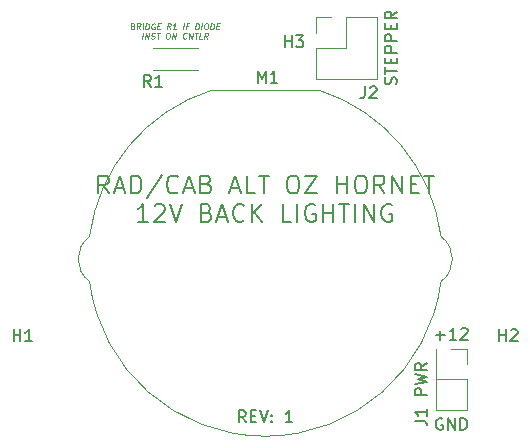
<source format=gbr>
%TF.GenerationSoftware,KiCad,Pcbnew,(6.0.7-1)-1*%
%TF.CreationDate,2023-10-30T20:01:34+10:00*%
%TF.ProjectId,GAUGE_Analog Instruments-12v,47415547-455f-4416-9e61-6c6f6720496e,rev?*%
%TF.SameCoordinates,Original*%
%TF.FileFunction,Legend,Top*%
%TF.FilePolarity,Positive*%
%FSLAX46Y46*%
G04 Gerber Fmt 4.6, Leading zero omitted, Abs format (unit mm)*
G04 Created by KiCad (PCBNEW (6.0.7-1)-1) date 2023-10-30 20:01:34*
%MOMM*%
%LPD*%
G01*
G04 APERTURE LIST*
%ADD10C,0.150000*%
%ADD11C,0.200000*%
%ADD12C,0.100000*%
%ADD13C,0.120000*%
G04 APERTURE END LIST*
D10*
X178271099Y-110686954D02*
X177937766Y-110210764D01*
X177699670Y-110686954D02*
X177699670Y-109686954D01*
X178080623Y-109686954D01*
X178175861Y-109734574D01*
X178223480Y-109782193D01*
X178271099Y-109877431D01*
X178271099Y-110020288D01*
X178223480Y-110115526D01*
X178175861Y-110163145D01*
X178080623Y-110210764D01*
X177699670Y-110210764D01*
X178699670Y-110163145D02*
X179033004Y-110163145D01*
X179175861Y-110686954D02*
X178699670Y-110686954D01*
X178699670Y-109686954D01*
X179175861Y-109686954D01*
X179461575Y-109686954D02*
X179794908Y-110686954D01*
X180128242Y-109686954D01*
X180461575Y-110591716D02*
X180509194Y-110639335D01*
X180461575Y-110686954D01*
X180413956Y-110639335D01*
X180461575Y-110591716D01*
X180461575Y-110686954D01*
X180461575Y-110067907D02*
X180509194Y-110115526D01*
X180461575Y-110163145D01*
X180413956Y-110115526D01*
X180461575Y-110067907D01*
X180461575Y-110163145D01*
X182223480Y-110686954D02*
X181652051Y-110686954D01*
X181937766Y-110686954D02*
X181937766Y-109686954D01*
X181842527Y-109829812D01*
X181747289Y-109925050D01*
X181652051Y-109972669D01*
X194928610Y-110369574D02*
X194833372Y-110321954D01*
X194690515Y-110321954D01*
X194547657Y-110369574D01*
X194452419Y-110464812D01*
X194404800Y-110560050D01*
X194357181Y-110750526D01*
X194357181Y-110893383D01*
X194404800Y-111083859D01*
X194452419Y-111179097D01*
X194547657Y-111274335D01*
X194690515Y-111321954D01*
X194785753Y-111321954D01*
X194928610Y-111274335D01*
X194976229Y-111226716D01*
X194976229Y-110893383D01*
X194785753Y-110893383D01*
X195404800Y-111321954D02*
X195404800Y-110321954D01*
X195976229Y-111321954D01*
X195976229Y-110321954D01*
X196452419Y-111321954D02*
X196452419Y-110321954D01*
X196690515Y-110321954D01*
X196833372Y-110369574D01*
X196928610Y-110464812D01*
X196976229Y-110560050D01*
X197023848Y-110750526D01*
X197023848Y-110893383D01*
X196976229Y-111083859D01*
X196928610Y-111179097D01*
X196833372Y-111274335D01*
X196690515Y-111321954D01*
X196452419Y-111321954D01*
D11*
X166665514Y-91305645D02*
X166165514Y-90591359D01*
X165808372Y-91305645D02*
X165808372Y-89805645D01*
X166379800Y-89805645D01*
X166522657Y-89877074D01*
X166594086Y-89948502D01*
X166665514Y-90091359D01*
X166665514Y-90305645D01*
X166594086Y-90448502D01*
X166522657Y-90519931D01*
X166379800Y-90591359D01*
X165808372Y-90591359D01*
X167236943Y-90877074D02*
X167951229Y-90877074D01*
X167094086Y-91305645D02*
X167594086Y-89805645D01*
X168094086Y-91305645D01*
X168594086Y-91305645D02*
X168594086Y-89805645D01*
X168951229Y-89805645D01*
X169165514Y-89877074D01*
X169308372Y-90019931D01*
X169379800Y-90162788D01*
X169451229Y-90448502D01*
X169451229Y-90662788D01*
X169379800Y-90948502D01*
X169308372Y-91091359D01*
X169165514Y-91234216D01*
X168951229Y-91305645D01*
X168594086Y-91305645D01*
X171165514Y-89734216D02*
X169879800Y-91662788D01*
X172522657Y-91162788D02*
X172451229Y-91234216D01*
X172236943Y-91305645D01*
X172094086Y-91305645D01*
X171879800Y-91234216D01*
X171736943Y-91091359D01*
X171665514Y-90948502D01*
X171594086Y-90662788D01*
X171594086Y-90448502D01*
X171665514Y-90162788D01*
X171736943Y-90019931D01*
X171879800Y-89877074D01*
X172094086Y-89805645D01*
X172236943Y-89805645D01*
X172451229Y-89877074D01*
X172522657Y-89948502D01*
X173094086Y-90877074D02*
X173808372Y-90877074D01*
X172951229Y-91305645D02*
X173451229Y-89805645D01*
X173951229Y-91305645D01*
X174951229Y-90519931D02*
X175165514Y-90591359D01*
X175236943Y-90662788D01*
X175308372Y-90805645D01*
X175308372Y-91019931D01*
X175236943Y-91162788D01*
X175165514Y-91234216D01*
X175022657Y-91305645D01*
X174451229Y-91305645D01*
X174451229Y-89805645D01*
X174951229Y-89805645D01*
X175094086Y-89877074D01*
X175165514Y-89948502D01*
X175236943Y-90091359D01*
X175236943Y-90234216D01*
X175165514Y-90377074D01*
X175094086Y-90448502D01*
X174951229Y-90519931D01*
X174451229Y-90519931D01*
X177022657Y-90877074D02*
X177736943Y-90877074D01*
X176879800Y-91305645D02*
X177379800Y-89805645D01*
X177879800Y-91305645D01*
X179094086Y-91305645D02*
X178379800Y-91305645D01*
X178379800Y-89805645D01*
X179379800Y-89805645D02*
X180236943Y-89805645D01*
X179808372Y-91305645D02*
X179808372Y-89805645D01*
X182165514Y-89805645D02*
X182451229Y-89805645D01*
X182594086Y-89877074D01*
X182736943Y-90019931D01*
X182808372Y-90305645D01*
X182808372Y-90805645D01*
X182736943Y-91091359D01*
X182594086Y-91234216D01*
X182451229Y-91305645D01*
X182165514Y-91305645D01*
X182022657Y-91234216D01*
X181879800Y-91091359D01*
X181808372Y-90805645D01*
X181808372Y-90305645D01*
X181879800Y-90019931D01*
X182022657Y-89877074D01*
X182165514Y-89805645D01*
X183308372Y-89805645D02*
X184308372Y-89805645D01*
X183308372Y-91305645D01*
X184308372Y-91305645D01*
X186022657Y-91305645D02*
X186022657Y-89805645D01*
X186022657Y-90519931D02*
X186879800Y-90519931D01*
X186879800Y-91305645D02*
X186879800Y-89805645D01*
X187879800Y-89805645D02*
X188165514Y-89805645D01*
X188308372Y-89877074D01*
X188451229Y-90019931D01*
X188522657Y-90305645D01*
X188522657Y-90805645D01*
X188451229Y-91091359D01*
X188308372Y-91234216D01*
X188165514Y-91305645D01*
X187879800Y-91305645D01*
X187736943Y-91234216D01*
X187594086Y-91091359D01*
X187522657Y-90805645D01*
X187522657Y-90305645D01*
X187594086Y-90019931D01*
X187736943Y-89877074D01*
X187879800Y-89805645D01*
X190022657Y-91305645D02*
X189522657Y-90591359D01*
X189165514Y-91305645D02*
X189165514Y-89805645D01*
X189736943Y-89805645D01*
X189879800Y-89877074D01*
X189951229Y-89948502D01*
X190022657Y-90091359D01*
X190022657Y-90305645D01*
X189951229Y-90448502D01*
X189879800Y-90519931D01*
X189736943Y-90591359D01*
X189165514Y-90591359D01*
X190665514Y-91305645D02*
X190665514Y-89805645D01*
X191522657Y-91305645D01*
X191522657Y-89805645D01*
X192236943Y-90519931D02*
X192736943Y-90519931D01*
X192951229Y-91305645D02*
X192236943Y-91305645D01*
X192236943Y-89805645D01*
X192951229Y-89805645D01*
X193379800Y-89805645D02*
X194236943Y-89805645D01*
X193808372Y-91305645D02*
X193808372Y-89805645D01*
X169986943Y-93720645D02*
X169129800Y-93720645D01*
X169558372Y-93720645D02*
X169558372Y-92220645D01*
X169415515Y-92434931D01*
X169272657Y-92577788D01*
X169129800Y-92649216D01*
X170558372Y-92363502D02*
X170629800Y-92292074D01*
X170772657Y-92220645D01*
X171129800Y-92220645D01*
X171272657Y-92292074D01*
X171344086Y-92363502D01*
X171415515Y-92506359D01*
X171415515Y-92649216D01*
X171344086Y-92863502D01*
X170486943Y-93720645D01*
X171415515Y-93720645D01*
X171844086Y-92220645D02*
X172344086Y-93720645D01*
X172844086Y-92220645D01*
X174986943Y-92934931D02*
X175201229Y-93006359D01*
X175272657Y-93077788D01*
X175344086Y-93220645D01*
X175344086Y-93434931D01*
X175272657Y-93577788D01*
X175201229Y-93649216D01*
X175058372Y-93720645D01*
X174486943Y-93720645D01*
X174486943Y-92220645D01*
X174986943Y-92220645D01*
X175129800Y-92292074D01*
X175201229Y-92363502D01*
X175272657Y-92506359D01*
X175272657Y-92649216D01*
X175201229Y-92792074D01*
X175129800Y-92863502D01*
X174986943Y-92934931D01*
X174486943Y-92934931D01*
X175915515Y-93292074D02*
X176629800Y-93292074D01*
X175772657Y-93720645D02*
X176272657Y-92220645D01*
X176772657Y-93720645D01*
X178129800Y-93577788D02*
X178058372Y-93649216D01*
X177844086Y-93720645D01*
X177701229Y-93720645D01*
X177486943Y-93649216D01*
X177344086Y-93506359D01*
X177272657Y-93363502D01*
X177201229Y-93077788D01*
X177201229Y-92863502D01*
X177272657Y-92577788D01*
X177344086Y-92434931D01*
X177486943Y-92292074D01*
X177701229Y-92220645D01*
X177844086Y-92220645D01*
X178058372Y-92292074D01*
X178129800Y-92363502D01*
X178772657Y-93720645D02*
X178772657Y-92220645D01*
X179629800Y-93720645D02*
X178986943Y-92863502D01*
X179629800Y-92220645D02*
X178772657Y-93077788D01*
X182129800Y-93720645D02*
X181415515Y-93720645D01*
X181415515Y-92220645D01*
X182629800Y-93720645D02*
X182629800Y-92220645D01*
X184129800Y-92292074D02*
X183986943Y-92220645D01*
X183772657Y-92220645D01*
X183558372Y-92292074D01*
X183415515Y-92434931D01*
X183344086Y-92577788D01*
X183272657Y-92863502D01*
X183272657Y-93077788D01*
X183344086Y-93363502D01*
X183415515Y-93506359D01*
X183558372Y-93649216D01*
X183772657Y-93720645D01*
X183915515Y-93720645D01*
X184129800Y-93649216D01*
X184201229Y-93577788D01*
X184201229Y-93077788D01*
X183915515Y-93077788D01*
X184844086Y-93720645D02*
X184844086Y-92220645D01*
X184844086Y-92934931D02*
X185701229Y-92934931D01*
X185701229Y-93720645D02*
X185701229Y-92220645D01*
X186201229Y-92220645D02*
X187058372Y-92220645D01*
X186629800Y-93720645D02*
X186629800Y-92220645D01*
X187558372Y-93720645D02*
X187558372Y-92220645D01*
X188272657Y-93720645D02*
X188272657Y-92220645D01*
X189129800Y-93720645D01*
X189129800Y-92220645D01*
X190629800Y-92292074D02*
X190486943Y-92220645D01*
X190272657Y-92220645D01*
X190058372Y-92292074D01*
X189915515Y-92434931D01*
X189844086Y-92577788D01*
X189772657Y-92863502D01*
X189772657Y-93077788D01*
X189844086Y-93363502D01*
X189915515Y-93506359D01*
X190058372Y-93649216D01*
X190272657Y-93720645D01*
X190415515Y-93720645D01*
X190629800Y-93649216D01*
X190701229Y-93577788D01*
X190701229Y-93077788D01*
X190415515Y-93077788D01*
D10*
X194357181Y-103321002D02*
X195119086Y-103321002D01*
X194738134Y-103701954D02*
X194738134Y-102940050D01*
X196119086Y-103701954D02*
X195547657Y-103701954D01*
X195833372Y-103701954D02*
X195833372Y-102701954D01*
X195738134Y-102844812D01*
X195642895Y-102940050D01*
X195547657Y-102987669D01*
X196500038Y-102797193D02*
X196547657Y-102749574D01*
X196642895Y-102701954D01*
X196880991Y-102701954D01*
X196976229Y-102749574D01*
X197023848Y-102797193D01*
X197071467Y-102892431D01*
X197071467Y-102987669D01*
X197023848Y-103130526D01*
X196452419Y-103701954D01*
X197071467Y-103701954D01*
D12*
X168741392Y-77146359D02*
X168809845Y-77170169D01*
X168830678Y-77193978D01*
X168848535Y-77241597D01*
X168839607Y-77313026D01*
X168809845Y-77360645D01*
X168783059Y-77384454D01*
X168732464Y-77408264D01*
X168541988Y-77408264D01*
X168604488Y-76908264D01*
X168771154Y-76908264D01*
X168815797Y-76932074D01*
X168836631Y-76955883D01*
X168854488Y-77003502D01*
X168848535Y-77051121D01*
X168818773Y-77098740D01*
X168791988Y-77122550D01*
X168741392Y-77146359D01*
X168574726Y-77146359D01*
X169327702Y-77408264D02*
X169190797Y-77170169D01*
X169041988Y-77408264D02*
X169104488Y-76908264D01*
X169294964Y-76908264D01*
X169339607Y-76932074D01*
X169360440Y-76955883D01*
X169378297Y-77003502D01*
X169369369Y-77074931D01*
X169339607Y-77122550D01*
X169312821Y-77146359D01*
X169262226Y-77170169D01*
X169071750Y-77170169D01*
X169541988Y-77408264D02*
X169604488Y-76908264D01*
X169780083Y-77408264D02*
X169842583Y-76908264D01*
X169961631Y-76908264D01*
X170030083Y-76932074D01*
X170071750Y-76979693D01*
X170089607Y-77027312D01*
X170101512Y-77122550D01*
X170092583Y-77193978D01*
X170056869Y-77289216D01*
X170027107Y-77336835D01*
X169973535Y-77384454D01*
X169899131Y-77408264D01*
X169780083Y-77408264D01*
X170601512Y-76932074D02*
X170556869Y-76908264D01*
X170485440Y-76908264D01*
X170411035Y-76932074D01*
X170357464Y-76979693D01*
X170327702Y-77027312D01*
X170291988Y-77122550D01*
X170283059Y-77193978D01*
X170294964Y-77289216D01*
X170312821Y-77336835D01*
X170354488Y-77384454D01*
X170422940Y-77408264D01*
X170470559Y-77408264D01*
X170544964Y-77384454D01*
X170571750Y-77360645D01*
X170592583Y-77193978D01*
X170497345Y-77193978D01*
X170812821Y-77146359D02*
X170979488Y-77146359D01*
X171018178Y-77408264D02*
X170780083Y-77408264D01*
X170842583Y-76908264D01*
X171080678Y-76908264D01*
X171899131Y-77408264D02*
X171762226Y-77170169D01*
X171613416Y-77408264D02*
X171675916Y-76908264D01*
X171866392Y-76908264D01*
X171911035Y-76932074D01*
X171931869Y-76955883D01*
X171949726Y-77003502D01*
X171940797Y-77074931D01*
X171911035Y-77122550D01*
X171884250Y-77146359D01*
X171833654Y-77170169D01*
X171643178Y-77170169D01*
X172375321Y-77408264D02*
X172089607Y-77408264D01*
X172232464Y-77408264D02*
X172294964Y-76908264D01*
X172238416Y-76979693D01*
X172184845Y-77027312D01*
X172134250Y-77051121D01*
X172970559Y-77408264D02*
X173033059Y-76908264D01*
X173408059Y-77146359D02*
X173241392Y-77146359D01*
X173208654Y-77408264D02*
X173271154Y-76908264D01*
X173509250Y-76908264D01*
X174018178Y-77408264D02*
X174080678Y-76908264D01*
X174199726Y-76908264D01*
X174268178Y-76932074D01*
X174309845Y-76979693D01*
X174327702Y-77027312D01*
X174339607Y-77122550D01*
X174330678Y-77193978D01*
X174294964Y-77289216D01*
X174265202Y-77336835D01*
X174211631Y-77384454D01*
X174137226Y-77408264D01*
X174018178Y-77408264D01*
X174518178Y-77408264D02*
X174580678Y-76908264D01*
X174914012Y-76908264D02*
X175009250Y-76908264D01*
X175053892Y-76932074D01*
X175095559Y-76979693D01*
X175107464Y-77074931D01*
X175086631Y-77241597D01*
X175050916Y-77336835D01*
X174997345Y-77384454D01*
X174946750Y-77408264D01*
X174851512Y-77408264D01*
X174806869Y-77384454D01*
X174765202Y-77336835D01*
X174753297Y-77241597D01*
X174774131Y-77074931D01*
X174809845Y-76979693D01*
X174863416Y-76932074D01*
X174914012Y-76908264D01*
X175280083Y-77408264D02*
X175342583Y-76908264D01*
X175461631Y-76908264D01*
X175530083Y-76932074D01*
X175571750Y-76979693D01*
X175589607Y-77027312D01*
X175601512Y-77122550D01*
X175592583Y-77193978D01*
X175556869Y-77289216D01*
X175527107Y-77336835D01*
X175473535Y-77384454D01*
X175399131Y-77408264D01*
X175280083Y-77408264D01*
X175812821Y-77146359D02*
X175979488Y-77146359D01*
X176018178Y-77408264D02*
X175780083Y-77408264D01*
X175842583Y-76908264D01*
X176080678Y-76908264D01*
X169518178Y-78213264D02*
X169580678Y-77713264D01*
X169756273Y-78213264D02*
X169818773Y-77713264D01*
X170041988Y-78213264D01*
X170104488Y-77713264D01*
X170259250Y-78189454D02*
X170327702Y-78213264D01*
X170446750Y-78213264D01*
X170497345Y-78189454D01*
X170524131Y-78165645D01*
X170553892Y-78118026D01*
X170559845Y-78070407D01*
X170541988Y-78022788D01*
X170521154Y-77998978D01*
X170476512Y-77975169D01*
X170384250Y-77951359D01*
X170339607Y-77927550D01*
X170318773Y-77903740D01*
X170300916Y-77856121D01*
X170306869Y-77808502D01*
X170336631Y-77760883D01*
X170363416Y-77737074D01*
X170414012Y-77713264D01*
X170533059Y-77713264D01*
X170601512Y-77737074D01*
X170747345Y-77713264D02*
X171033059Y-77713264D01*
X170827702Y-78213264D02*
X170890202Y-77713264D01*
X171675916Y-77713264D02*
X171771154Y-77713264D01*
X171815797Y-77737074D01*
X171857464Y-77784693D01*
X171869369Y-77879931D01*
X171848535Y-78046597D01*
X171812821Y-78141835D01*
X171759250Y-78189454D01*
X171708654Y-78213264D01*
X171613416Y-78213264D01*
X171568773Y-78189454D01*
X171527107Y-78141835D01*
X171515202Y-78046597D01*
X171536035Y-77879931D01*
X171571750Y-77784693D01*
X171625321Y-77737074D01*
X171675916Y-77713264D01*
X172041988Y-78213264D02*
X172104488Y-77713264D01*
X172327702Y-78213264D01*
X172390202Y-77713264D01*
X173238416Y-78165645D02*
X173211631Y-78189454D01*
X173137226Y-78213264D01*
X173089607Y-78213264D01*
X173021154Y-78189454D01*
X172979488Y-78141835D01*
X172961631Y-78094216D01*
X172949726Y-77998978D01*
X172958654Y-77927550D01*
X172994369Y-77832312D01*
X173024131Y-77784693D01*
X173077702Y-77737074D01*
X173152107Y-77713264D01*
X173199726Y-77713264D01*
X173268178Y-77737074D01*
X173289012Y-77760883D01*
X173446750Y-78213264D02*
X173509250Y-77713264D01*
X173732464Y-78213264D01*
X173794964Y-77713264D01*
X173961631Y-77713264D02*
X174247345Y-77713264D01*
X174041988Y-78213264D02*
X174104488Y-77713264D01*
X174589607Y-78213264D02*
X174351512Y-78213264D01*
X174414012Y-77713264D01*
X175041988Y-78213264D02*
X174905083Y-77975169D01*
X174756273Y-78213264D02*
X174818773Y-77713264D01*
X175009250Y-77713264D01*
X175053892Y-77737074D01*
X175074726Y-77760883D01*
X175092583Y-77808502D01*
X175083654Y-77879931D01*
X175053892Y-77927550D01*
X175027107Y-77951359D01*
X174976512Y-77975169D01*
X174786035Y-77975169D01*
D10*
%TO.C,H3*%
X181593644Y-78936980D02*
X181593644Y-77936980D01*
X181593644Y-78413171D02*
X182165072Y-78413171D01*
X182165072Y-78936980D02*
X182165072Y-77936980D01*
X182546025Y-77936980D02*
X183165072Y-77936980D01*
X182831739Y-78317933D01*
X182974596Y-78317933D01*
X183069834Y-78365552D01*
X183117453Y-78413171D01*
X183165072Y-78508409D01*
X183165072Y-78746504D01*
X183117453Y-78841742D01*
X183069834Y-78889361D01*
X182974596Y-78936980D01*
X182688882Y-78936980D01*
X182593644Y-78889361D01*
X182546025Y-78841742D01*
%TO.C,M1*%
X179293276Y-81920380D02*
X179293276Y-80920380D01*
X179626609Y-81634666D01*
X179959942Y-80920380D01*
X179959942Y-81920380D01*
X180959942Y-81920380D02*
X180388514Y-81920380D01*
X180674228Y-81920380D02*
X180674228Y-80920380D01*
X180578990Y-81063238D01*
X180483752Y-81158476D01*
X180388514Y-81206095D01*
%TO.C,H1*%
X158622395Y-103820380D02*
X158622395Y-102820380D01*
X158622395Y-103296571D02*
X159193823Y-103296571D01*
X159193823Y-103820380D02*
X159193823Y-102820380D01*
X160193823Y-103820380D02*
X159622395Y-103820380D01*
X159908109Y-103820380D02*
X159908109Y-102820380D01*
X159812871Y-102963238D01*
X159717633Y-103058476D01*
X159622395Y-103106095D01*
%TO.C,H2*%
X199729395Y-103820380D02*
X199729395Y-102820380D01*
X199729395Y-103296571D02*
X200300823Y-103296571D01*
X200300823Y-103820380D02*
X200300823Y-102820380D01*
X200729395Y-102915619D02*
X200777014Y-102868000D01*
X200872252Y-102820380D01*
X201110347Y-102820380D01*
X201205585Y-102868000D01*
X201253204Y-102915619D01*
X201300823Y-103010857D01*
X201300823Y-103106095D01*
X201253204Y-103248952D01*
X200681776Y-103820380D01*
X201300823Y-103820380D01*
%TO.C,J2*%
X188372166Y-82249980D02*
X188372166Y-82964266D01*
X188324547Y-83107123D01*
X188229309Y-83202361D01*
X188086452Y-83249980D01*
X187991214Y-83249980D01*
X188800738Y-82345219D02*
X188848357Y-82297600D01*
X188943595Y-82249980D01*
X189181690Y-82249980D01*
X189276928Y-82297600D01*
X189324547Y-82345219D01*
X189372166Y-82440457D01*
X189372166Y-82535695D01*
X189324547Y-82678552D01*
X188753119Y-83249980D01*
X189372166Y-83249980D01*
X191015261Y-82059028D02*
X191062880Y-81916171D01*
X191062880Y-81678076D01*
X191015261Y-81582838D01*
X190967642Y-81535219D01*
X190872404Y-81487600D01*
X190777166Y-81487600D01*
X190681928Y-81535219D01*
X190634309Y-81582838D01*
X190586690Y-81678076D01*
X190539071Y-81868552D01*
X190491452Y-81963790D01*
X190443833Y-82011409D01*
X190348595Y-82059028D01*
X190253357Y-82059028D01*
X190158119Y-82011409D01*
X190110500Y-81963790D01*
X190062880Y-81868552D01*
X190062880Y-81630457D01*
X190110500Y-81487600D01*
X190062880Y-81201885D02*
X190062880Y-80630457D01*
X191062880Y-80916171D02*
X190062880Y-80916171D01*
X190539071Y-80297123D02*
X190539071Y-79963790D01*
X191062880Y-79820933D02*
X191062880Y-80297123D01*
X190062880Y-80297123D01*
X190062880Y-79820933D01*
X191062880Y-79392361D02*
X190062880Y-79392361D01*
X190062880Y-79011409D01*
X190110500Y-78916171D01*
X190158119Y-78868552D01*
X190253357Y-78820933D01*
X190396214Y-78820933D01*
X190491452Y-78868552D01*
X190539071Y-78916171D01*
X190586690Y-79011409D01*
X190586690Y-79392361D01*
X191062880Y-78392361D02*
X190062880Y-78392361D01*
X190062880Y-78011409D01*
X190110500Y-77916171D01*
X190158119Y-77868552D01*
X190253357Y-77820933D01*
X190396214Y-77820933D01*
X190491452Y-77868552D01*
X190539071Y-77916171D01*
X190586690Y-78011409D01*
X190586690Y-78392361D01*
X190539071Y-77392361D02*
X190539071Y-77059028D01*
X191062880Y-76916171D02*
X191062880Y-77392361D01*
X190062880Y-77392361D01*
X190062880Y-76916171D01*
X191062880Y-75916171D02*
X190586690Y-76249504D01*
X191062880Y-76487600D02*
X190062880Y-76487600D01*
X190062880Y-76106647D01*
X190110500Y-76011409D01*
X190158119Y-75963790D01*
X190253357Y-75916171D01*
X190396214Y-75916171D01*
X190491452Y-75963790D01*
X190539071Y-76011409D01*
X190586690Y-76106647D01*
X190586690Y-76487600D01*
%TO.C,J1*%
X192602880Y-110567933D02*
X193317166Y-110567933D01*
X193460023Y-110615552D01*
X193555261Y-110710790D01*
X193602880Y-110853647D01*
X193602880Y-110948885D01*
X193602880Y-109567933D02*
X193602880Y-110139361D01*
X193602880Y-109853647D02*
X192602880Y-109853647D01*
X192745738Y-109948885D01*
X192840976Y-110044123D01*
X192888595Y-110139361D01*
X193602880Y-108392933D02*
X192602880Y-108392933D01*
X192602880Y-108011980D01*
X192650500Y-107916742D01*
X192698119Y-107869123D01*
X192793357Y-107821504D01*
X192936214Y-107821504D01*
X193031452Y-107869123D01*
X193079071Y-107916742D01*
X193126690Y-108011980D01*
X193126690Y-108392933D01*
X192602880Y-107488171D02*
X193602880Y-107250076D01*
X192888595Y-107059600D01*
X193602880Y-106869123D01*
X192602880Y-106631028D01*
X193602880Y-105678647D02*
X193126690Y-106011980D01*
X193602880Y-106250076D02*
X192602880Y-106250076D01*
X192602880Y-105869123D01*
X192650500Y-105773885D01*
X192698119Y-105726266D01*
X192793357Y-105678647D01*
X192936214Y-105678647D01*
X193031452Y-105726266D01*
X193079071Y-105773885D01*
X193126690Y-105869123D01*
X193126690Y-106250076D01*
%TO.C,R1*%
X170248833Y-82286980D02*
X169915500Y-81810790D01*
X169677404Y-82286980D02*
X169677404Y-81286980D01*
X170058357Y-81286980D01*
X170153595Y-81334600D01*
X170201214Y-81382219D01*
X170248833Y-81477457D01*
X170248833Y-81620314D01*
X170201214Y-81715552D01*
X170153595Y-81763171D01*
X170058357Y-81810790D01*
X169677404Y-81810790D01*
X171201214Y-82286980D02*
X170629785Y-82286980D01*
X170915500Y-82286980D02*
X170915500Y-81286980D01*
X170820261Y-81429838D01*
X170725023Y-81525076D01*
X170629785Y-81572695D01*
D12*
%TO.C,M1*%
X175409004Y-82568000D02*
X184466596Y-82568000D01*
X194816596Y-94964997D02*
G75*
G03*
X184476198Y-82571045I-14878797J-1903004D01*
G01*
X165059004Y-94964997D02*
G75*
G03*
X165060646Y-98772192I1378795J-1903003D01*
G01*
X165059004Y-98771003D02*
G75*
G03*
X194815836Y-98776935I14878796J1903003D01*
G01*
X175409004Y-82568000D02*
G75*
G03*
X165060286Y-94955006I4528794J-14299998D01*
G01*
X194816596Y-98771003D02*
G75*
G03*
X194814954Y-94963808I-1378796J1903003D01*
G01*
D13*
%TO.C,J2*%
X184200500Y-78987600D02*
X184200500Y-81587600D01*
X184200500Y-76387600D02*
X185530500Y-76387600D01*
X184200500Y-77717600D02*
X184200500Y-76387600D01*
X186800500Y-76387600D02*
X189400500Y-76387600D01*
X184200500Y-78987600D02*
X186800500Y-78987600D01*
X184200500Y-81587600D02*
X189400500Y-81587600D01*
X186800500Y-78987600D02*
X186800500Y-76387600D01*
X189400500Y-76387600D02*
X189400500Y-81587600D01*
%TO.C,J1*%
X197020500Y-107059600D02*
X197020500Y-109659600D01*
X194360500Y-104459600D02*
X194360500Y-109659600D01*
X194420500Y-104459600D02*
X194360500Y-104459600D01*
X195690500Y-104459600D02*
X197020500Y-104459600D01*
X194420500Y-104459600D02*
X194420500Y-107059600D01*
X197020500Y-109659600D02*
X194360500Y-109659600D01*
X197020500Y-104459600D02*
X197020500Y-105789600D01*
X194420500Y-107059600D02*
X197020500Y-107059600D01*
%TO.C,R1*%
X170395500Y-79014600D02*
X174235500Y-79014600D01*
X170395500Y-80854600D02*
X174235500Y-80854600D01*
%TD*%
M02*

</source>
